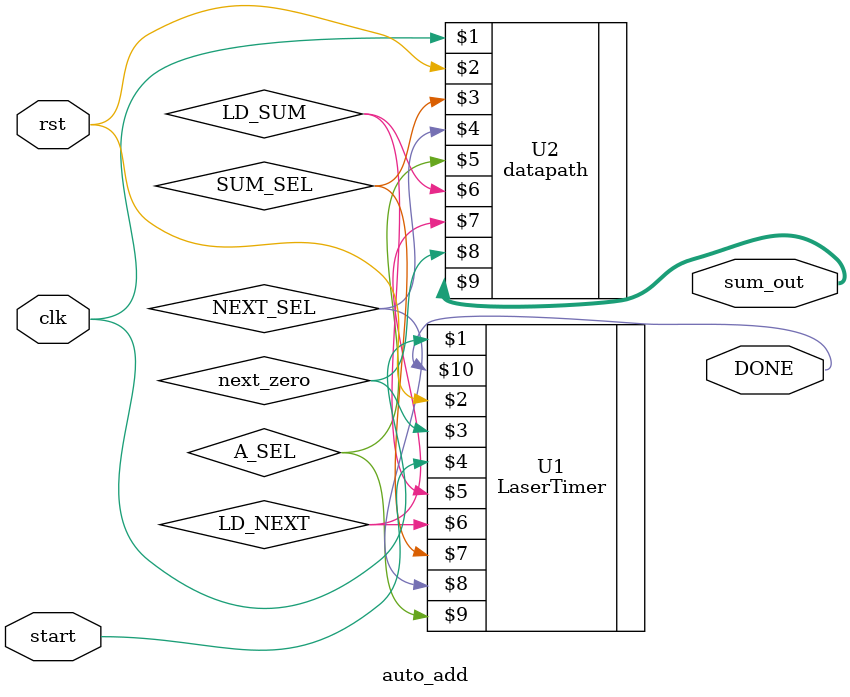
<source format=v>
`timescale 1ns / 1ps


module auto_add(clk,rst,start,DONE,sum_out);
input clk,rst,start;
output DONE;
output [31:0] sum_out;
wire next_zero,LD_SUM,LD_NEXT,SUM_SEL,NEXT_SEL,A_SEL;
 LaserTimer  U1 (clk, rst,next_zero,start ,LD_SUM,LD_NEXT,SUM_SEL,NEXT_SEL,A_SEL,DONE);
 datapath U2 (clk, rst, SUM_SEL, NEXT_SEL, A_SEL, LD_SUM, LD_NEXT, next_zero, sum_out);

endmodule

</source>
